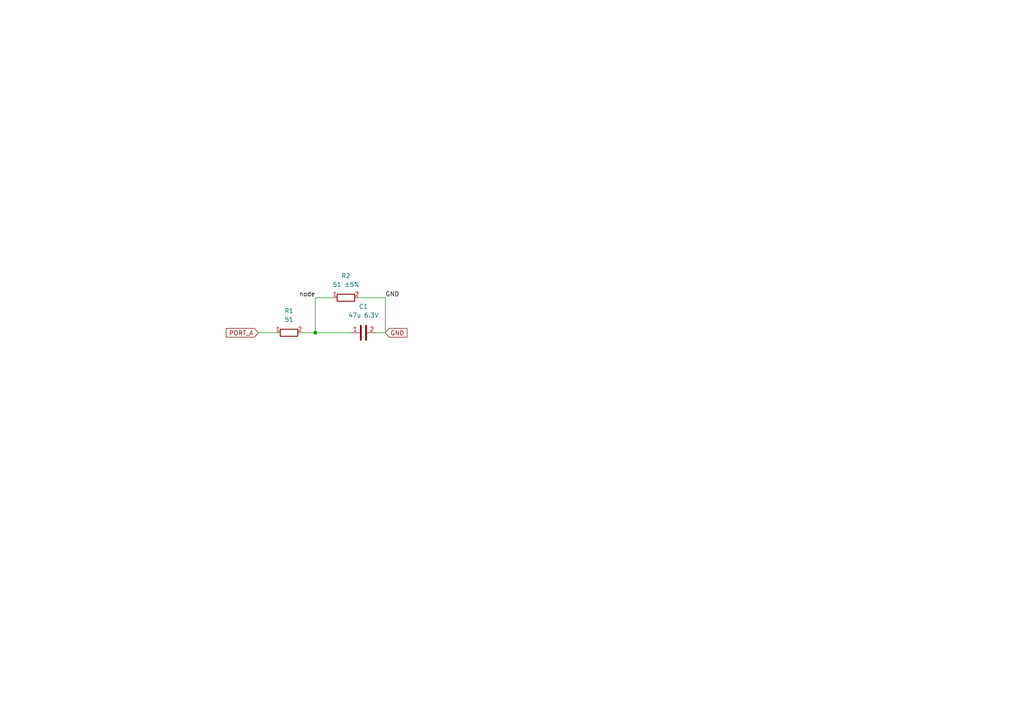
<source format=kicad_sch>
(kicad_sch (version 20211123) (generator eeschema)
  (paper "A4")
  (title_block (title "Simple Circuit") (date "2022-08-02") (rev "v01"))
  (lib_symbols
    (symbol "Device:C" (pin_names (offset 0.254))
      (property "Reference" "C" (at 0.635 2.54 0))
      (property "Value" "C" (at 0.635 -2.54 0))
      (symbol "C_0_1"
        (polyline (pts (xy -2.032 -0.762) (xy 2.032 -0.762)) (stroke (width 0.508)))
        (polyline (pts (xy -2.032 0.762) (xy 2.032 0.762)) (stroke (width 0.508)))
      )
      (symbol "C_1_1"
        (pin passive line (at 0 3.81 270) (length 2.794) (name "~") (number "1"))
        (pin passive line (at 0 -3.81 90) (length 2.794) (name "~") (number "2"))
      )
    )
    (symbol "Device:R" (pin_names (offset 0))
      (property "Reference" "R" (at 2.032 0 90))
      (property "Value" "R" (at 0 0 90))
      (symbol "R_0_1"
        (rectangle (start -1.016 -2.54) (end 1.016 2.54) (stroke (width 0.254)))
      )
      (symbol "R_1_1"
        (pin passive line (at 0 3.81 270) (length 1.27) (name "~") (number "1"))
        (pin passive line (at 0 -3.81 90) (length 1.27) (name "~") (number "2"))
      )
    )
  )
  (junction (at 91.44 96.52))
  (wire (pts (xy 91.44 86.36) (xy 91.44 96.52)))
  (wire (pts (xy 111.76 86.36) (xy 111.76 96.52)))
  (wire (pts (xy 104.14 86.36) (xy 111.76 86.36)))
  (wire (pts (xy 74.93 96.52) (xy 80.01 96.52)))
  (wire (pts (xy 91.44 86.36) (xy 96.52 86.36)))
  (wire (pts (xy 87.63 96.52) (xy 91.44 96.52)))
  (wire (pts (xy 109.22 96.52) (xy 111.76 96.52)))
  (wire (pts (xy 91.44 96.52) (xy 101.6 96.52)))
  (label "node" (at 91.44 86.36 180))
  (label "GND" (at 111.76 86.36 0))
  (global_label "PORT_A" (shape input) (at 74.93 96.52 180) (property "Intersheet References" "${INTERSHEET_REFS}" (effects hide)))
  (global_label "GND" (shape input) (at 111.76 96.52 0) (property "Intersheet References" "${INTERSHEET_REFS}" (effects hide)))
  (symbol (lib_id "Device:R") (at 83.82 96.52 90) (unit 1)
    (property "Reference" "R1" (at 83.82 90.17 90))
    (property "Value" "51" (at 83.82 92.71 90))
  )
  (symbol (lib_id "Device:R") (at 100.33 86.36 90) (unit 1)
    (property "Reference" "R2" (at 100.33 80.01 90))
    (property "Value" "51 ±5%" (at 100.33 82.55 90))
  )
  (symbol (lib_id "Device:C") (at 105.41 96.52 90) (unit 1)
    (property "Reference" "C1" (at 105.41 88.9 90))
    (property "Value" "47u 6.3V" (at 105.41 91.44 90))
  )
)
</source>
